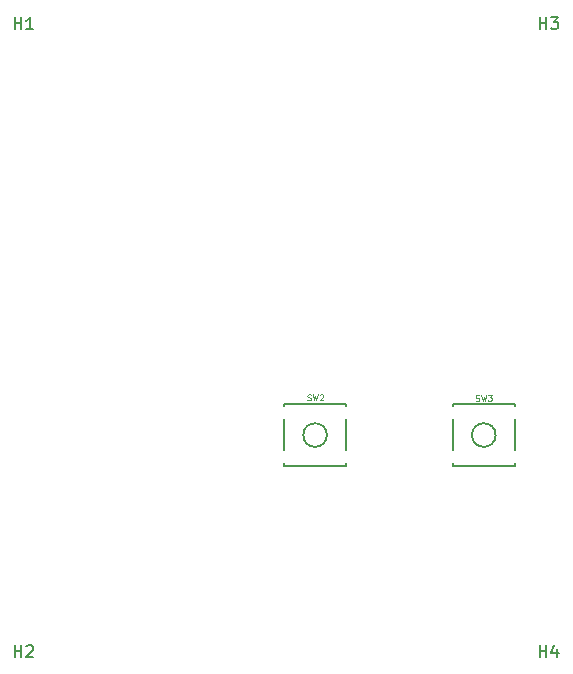
<source format=gto>
G04 #@! TF.GenerationSoftware,KiCad,Pcbnew,(5.1.10)-1*
G04 #@! TF.CreationDate,2021-06-04T02:05:14+02:00*
G04 #@! TF.ProjectId,Keyboard,4b657962-6f61-4726-942e-6b696361645f,rev?*
G04 #@! TF.SameCoordinates,Original*
G04 #@! TF.FileFunction,Legend,Top*
G04 #@! TF.FilePolarity,Positive*
%FSLAX46Y46*%
G04 Gerber Fmt 4.6, Leading zero omitted, Abs format (unit mm)*
G04 Created by KiCad (PCBNEW (5.1.10)-1) date 2021-06-04 02:05:14*
%MOMM*%
%LPD*%
G01*
G04 APERTURE LIST*
%ADD10C,0.150000*%
%ADD11C,0.080000*%
%ADD12C,3.987800*%
%ADD13C,1.750000*%
%ADD14C,0.650000*%
%ADD15O,1.000000X2.100000*%
%ADD16O,1.000000X1.600000*%
%ADD17C,2.700000*%
%ADD18R,1.800000X1.100000*%
G04 APERTURE END LIST*
D10*
X109831250Y-75362500D02*
X104631250Y-75362500D01*
X104631250Y-75362500D02*
X104631250Y-70162500D01*
X104631250Y-70162500D02*
X109831250Y-70162500D01*
X109831250Y-70162500D02*
X109831250Y-75362500D01*
X108231250Y-72762500D02*
G75*
G03*
X108231250Y-72762500I-1000000J0D01*
G01*
X95543750Y-75362500D02*
X90343750Y-75362500D01*
X90343750Y-75362500D02*
X90343750Y-70162500D01*
X90343750Y-70162500D02*
X95543750Y-70162500D01*
X95543750Y-70162500D02*
X95543750Y-75362500D01*
X93943750Y-72762500D02*
G75*
G03*
X93943750Y-72762500I-1000000J0D01*
G01*
X111950595Y-91558630D02*
X111950595Y-90558630D01*
X111950595Y-91034821D02*
X112522023Y-91034821D01*
X112522023Y-91558630D02*
X112522023Y-90558630D01*
X113426785Y-90891964D02*
X113426785Y-91558630D01*
X113188690Y-90511011D02*
X112950595Y-91225297D01*
X113569642Y-91225297D01*
X111950595Y-38377380D02*
X111950595Y-37377380D01*
X111950595Y-37853571D02*
X112522023Y-37853571D01*
X112522023Y-38377380D02*
X112522023Y-37377380D01*
X112902976Y-37377380D02*
X113522023Y-37377380D01*
X113188690Y-37758333D01*
X113331547Y-37758333D01*
X113426785Y-37805952D01*
X113474404Y-37853571D01*
X113522023Y-37948809D01*
X113522023Y-38186904D01*
X113474404Y-38282142D01*
X113426785Y-38329761D01*
X113331547Y-38377380D01*
X113045833Y-38377380D01*
X112950595Y-38329761D01*
X112902976Y-38282142D01*
X67500595Y-91558630D02*
X67500595Y-90558630D01*
X67500595Y-91034821D02*
X68072023Y-91034821D01*
X68072023Y-91558630D02*
X68072023Y-90558630D01*
X68500595Y-90653869D02*
X68548214Y-90606250D01*
X68643452Y-90558630D01*
X68881547Y-90558630D01*
X68976785Y-90606250D01*
X69024404Y-90653869D01*
X69072023Y-90749107D01*
X69072023Y-90844345D01*
X69024404Y-90987202D01*
X68452976Y-91558630D01*
X69072023Y-91558630D01*
X67500595Y-38377380D02*
X67500595Y-37377380D01*
X67500595Y-37853571D02*
X68072023Y-37853571D01*
X68072023Y-38377380D02*
X68072023Y-37377380D01*
X69072023Y-38377380D02*
X68500595Y-38377380D01*
X68786309Y-38377380D02*
X68786309Y-37377380D01*
X68691071Y-37520238D01*
X68595833Y-37615476D01*
X68500595Y-37663095D01*
D11*
X106564583Y-69853380D02*
X106636011Y-69877190D01*
X106755059Y-69877190D01*
X106802678Y-69853380D01*
X106826488Y-69829571D01*
X106850297Y-69781952D01*
X106850297Y-69734333D01*
X106826488Y-69686714D01*
X106802678Y-69662904D01*
X106755059Y-69639095D01*
X106659821Y-69615285D01*
X106612202Y-69591476D01*
X106588392Y-69567666D01*
X106564583Y-69520047D01*
X106564583Y-69472428D01*
X106588392Y-69424809D01*
X106612202Y-69401000D01*
X106659821Y-69377190D01*
X106778869Y-69377190D01*
X106850297Y-69401000D01*
X107016964Y-69377190D02*
X107136011Y-69877190D01*
X107231250Y-69520047D01*
X107326488Y-69877190D01*
X107445535Y-69377190D01*
X107588392Y-69377190D02*
X107897916Y-69377190D01*
X107731250Y-69567666D01*
X107802678Y-69567666D01*
X107850297Y-69591476D01*
X107874107Y-69615285D01*
X107897916Y-69662904D01*
X107897916Y-69781952D01*
X107874107Y-69829571D01*
X107850297Y-69853380D01*
X107802678Y-69877190D01*
X107659821Y-69877190D01*
X107612202Y-69853380D01*
X107588392Y-69829571D01*
X92297333Y-69798380D02*
X92368761Y-69822190D01*
X92487809Y-69822190D01*
X92535428Y-69798380D01*
X92559238Y-69774571D01*
X92583047Y-69726952D01*
X92583047Y-69679333D01*
X92559238Y-69631714D01*
X92535428Y-69607904D01*
X92487809Y-69584095D01*
X92392571Y-69560285D01*
X92344952Y-69536476D01*
X92321142Y-69512666D01*
X92297333Y-69465047D01*
X92297333Y-69417428D01*
X92321142Y-69369809D01*
X92344952Y-69346000D01*
X92392571Y-69322190D01*
X92511619Y-69322190D01*
X92583047Y-69346000D01*
X92749714Y-69322190D02*
X92868761Y-69822190D01*
X92964000Y-69465047D01*
X93059238Y-69822190D01*
X93178285Y-69322190D01*
X93344952Y-69369809D02*
X93368761Y-69346000D01*
X93416380Y-69322190D01*
X93535428Y-69322190D01*
X93583047Y-69346000D01*
X93606857Y-69369809D01*
X93630666Y-69417428D01*
X93630666Y-69465047D01*
X93606857Y-69536476D01*
X93321142Y-69822190D01*
X93630666Y-69822190D01*
%LPC*%
D12*
X80962500Y-57150000D03*
D13*
X75882500Y-57150000D03*
X86042500Y-57150000D03*
D14*
X93377500Y-42762500D03*
X87597500Y-42762500D03*
D15*
X86167500Y-43292500D03*
X94807500Y-43292500D03*
D16*
X86167500Y-39112500D03*
X94807500Y-39112500D03*
D12*
X100012500Y-57150000D03*
D13*
X94932500Y-57150000D03*
X105092500Y-57150000D03*
D17*
X112712500Y-94456250D03*
X112712500Y-41275000D03*
X68262500Y-94456250D03*
X68262500Y-41275000D03*
D18*
X110331250Y-70912500D03*
X104131250Y-74612500D03*
X110331250Y-74612500D03*
X104131250Y-70912500D03*
X96043750Y-70912500D03*
X89843750Y-74612500D03*
X96043750Y-74612500D03*
X89843750Y-70912500D03*
M02*

</source>
